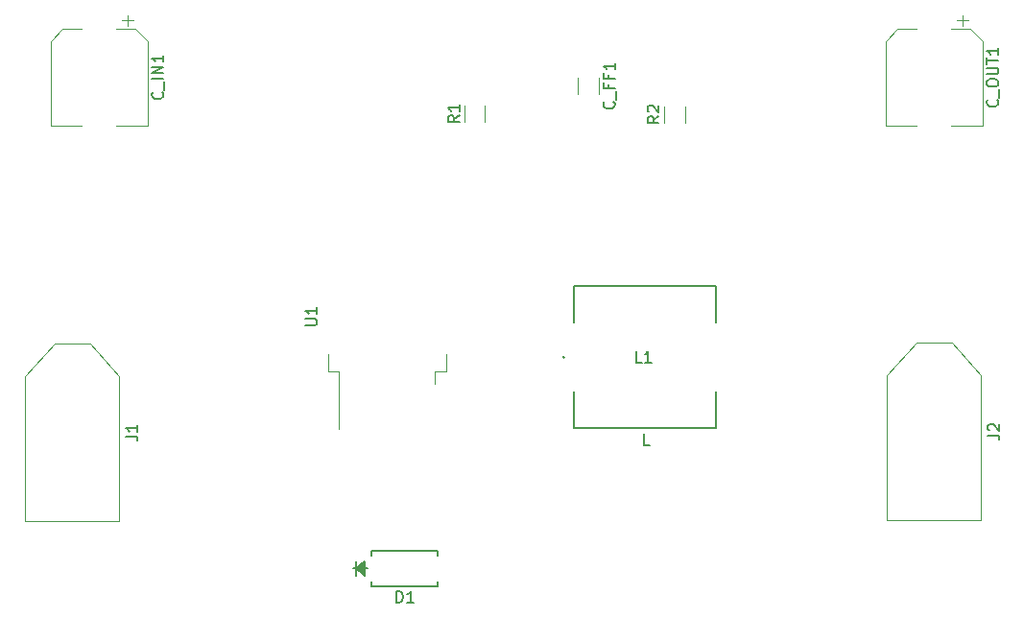
<source format=gbr>
%TF.GenerationSoftware,KiCad,Pcbnew,7.0.2*%
%TF.CreationDate,2023-09-08T16:08:14-07:00*%
%TF.ProjectId,Buck Converter,4275636b-2043-46f6-9e76-65727465722e,rev?*%
%TF.SameCoordinates,Original*%
%TF.FileFunction,Legend,Top*%
%TF.FilePolarity,Positive*%
%FSLAX46Y46*%
G04 Gerber Fmt 4.6, Leading zero omitted, Abs format (unit mm)*
G04 Created by KiCad (PCBNEW 7.0.2) date 2023-09-08 16:08:14*
%MOMM*%
%LPD*%
G01*
G04 APERTURE LIST*
%ADD10C,0.150000*%
%ADD11C,0.120000*%
%ADD12C,0.152400*%
G04 APERTURE END LIST*
D10*
%TO.C,C_IN1*%
X121585380Y-89637023D02*
X121633000Y-89684642D01*
X121633000Y-89684642D02*
X121680619Y-89827499D01*
X121680619Y-89827499D02*
X121680619Y-89922737D01*
X121680619Y-89922737D02*
X121633000Y-90065594D01*
X121633000Y-90065594D02*
X121537761Y-90160832D01*
X121537761Y-90160832D02*
X121442523Y-90208451D01*
X121442523Y-90208451D02*
X121252047Y-90256070D01*
X121252047Y-90256070D02*
X121109190Y-90256070D01*
X121109190Y-90256070D02*
X120918714Y-90208451D01*
X120918714Y-90208451D02*
X120823476Y-90160832D01*
X120823476Y-90160832D02*
X120728238Y-90065594D01*
X120728238Y-90065594D02*
X120680619Y-89922737D01*
X120680619Y-89922737D02*
X120680619Y-89827499D01*
X120680619Y-89827499D02*
X120728238Y-89684642D01*
X120728238Y-89684642D02*
X120775857Y-89637023D01*
X121775857Y-89446547D02*
X121775857Y-88684642D01*
X121680619Y-88446546D02*
X120680619Y-88446546D01*
X121680619Y-87970356D02*
X120680619Y-87970356D01*
X120680619Y-87970356D02*
X121680619Y-87398928D01*
X121680619Y-87398928D02*
X120680619Y-87398928D01*
X121680619Y-86398928D02*
X121680619Y-86970356D01*
X121680619Y-86684642D02*
X120680619Y-86684642D01*
X120680619Y-86684642D02*
X120823476Y-86779880D01*
X120823476Y-86779880D02*
X120918714Y-86875118D01*
X120918714Y-86875118D02*
X120966333Y-86970356D01*
%TO.C,R1*%
X147791419Y-91697566D02*
X147315228Y-92030899D01*
X147791419Y-92268994D02*
X146791419Y-92268994D01*
X146791419Y-92268994D02*
X146791419Y-91888042D01*
X146791419Y-91888042D02*
X146839038Y-91792804D01*
X146839038Y-91792804D02*
X146886657Y-91745185D01*
X146886657Y-91745185D02*
X146981895Y-91697566D01*
X146981895Y-91697566D02*
X147124752Y-91697566D01*
X147124752Y-91697566D02*
X147219990Y-91745185D01*
X147219990Y-91745185D02*
X147267609Y-91792804D01*
X147267609Y-91792804D02*
X147315228Y-91888042D01*
X147315228Y-91888042D02*
X147315228Y-92268994D01*
X147791419Y-90745185D02*
X147791419Y-91316613D01*
X147791419Y-91030899D02*
X146791419Y-91030899D01*
X146791419Y-91030899D02*
X146934276Y-91126137D01*
X146934276Y-91126137D02*
X147029514Y-91221375D01*
X147029514Y-91221375D02*
X147077133Y-91316613D01*
%TO.C,C_OUT1*%
X195245380Y-90303690D02*
X195293000Y-90351309D01*
X195293000Y-90351309D02*
X195340619Y-90494166D01*
X195340619Y-90494166D02*
X195340619Y-90589404D01*
X195340619Y-90589404D02*
X195293000Y-90732261D01*
X195293000Y-90732261D02*
X195197761Y-90827499D01*
X195197761Y-90827499D02*
X195102523Y-90875118D01*
X195102523Y-90875118D02*
X194912047Y-90922737D01*
X194912047Y-90922737D02*
X194769190Y-90922737D01*
X194769190Y-90922737D02*
X194578714Y-90875118D01*
X194578714Y-90875118D02*
X194483476Y-90827499D01*
X194483476Y-90827499D02*
X194388238Y-90732261D01*
X194388238Y-90732261D02*
X194340619Y-90589404D01*
X194340619Y-90589404D02*
X194340619Y-90494166D01*
X194340619Y-90494166D02*
X194388238Y-90351309D01*
X194388238Y-90351309D02*
X194435857Y-90303690D01*
X195435857Y-90113214D02*
X195435857Y-89351309D01*
X194340619Y-88922737D02*
X194340619Y-88732261D01*
X194340619Y-88732261D02*
X194388238Y-88637023D01*
X194388238Y-88637023D02*
X194483476Y-88541785D01*
X194483476Y-88541785D02*
X194673952Y-88494166D01*
X194673952Y-88494166D02*
X195007285Y-88494166D01*
X195007285Y-88494166D02*
X195197761Y-88541785D01*
X195197761Y-88541785D02*
X195293000Y-88637023D01*
X195293000Y-88637023D02*
X195340619Y-88732261D01*
X195340619Y-88732261D02*
X195340619Y-88922737D01*
X195340619Y-88922737D02*
X195293000Y-89017975D01*
X195293000Y-89017975D02*
X195197761Y-89113213D01*
X195197761Y-89113213D02*
X195007285Y-89160832D01*
X195007285Y-89160832D02*
X194673952Y-89160832D01*
X194673952Y-89160832D02*
X194483476Y-89113213D01*
X194483476Y-89113213D02*
X194388238Y-89017975D01*
X194388238Y-89017975D02*
X194340619Y-88922737D01*
X194340619Y-88065594D02*
X195150142Y-88065594D01*
X195150142Y-88065594D02*
X195245380Y-88017975D01*
X195245380Y-88017975D02*
X195293000Y-87970356D01*
X195293000Y-87970356D02*
X195340619Y-87875118D01*
X195340619Y-87875118D02*
X195340619Y-87684642D01*
X195340619Y-87684642D02*
X195293000Y-87589404D01*
X195293000Y-87589404D02*
X195245380Y-87541785D01*
X195245380Y-87541785D02*
X195150142Y-87494166D01*
X195150142Y-87494166D02*
X194340619Y-87494166D01*
X194340619Y-87160832D02*
X194340619Y-86589404D01*
X195340619Y-86875118D02*
X194340619Y-86875118D01*
X195340619Y-85732261D02*
X195340619Y-86303689D01*
X195340619Y-86017975D02*
X194340619Y-86017975D01*
X194340619Y-86017975D02*
X194483476Y-86113213D01*
X194483476Y-86113213D02*
X194578714Y-86208451D01*
X194578714Y-86208451D02*
X194626333Y-86303689D01*
%TO.C,J2*%
X194440619Y-119910833D02*
X195154904Y-119910833D01*
X195154904Y-119910833D02*
X195297761Y-119958452D01*
X195297761Y-119958452D02*
X195393000Y-120053690D01*
X195393000Y-120053690D02*
X195440619Y-120196547D01*
X195440619Y-120196547D02*
X195440619Y-120291785D01*
X194535857Y-119482261D02*
X194488238Y-119434642D01*
X194488238Y-119434642D02*
X194440619Y-119339404D01*
X194440619Y-119339404D02*
X194440619Y-119101309D01*
X194440619Y-119101309D02*
X194488238Y-119006071D01*
X194488238Y-119006071D02*
X194535857Y-118958452D01*
X194535857Y-118958452D02*
X194631095Y-118910833D01*
X194631095Y-118910833D02*
X194726333Y-118910833D01*
X194726333Y-118910833D02*
X194869190Y-118958452D01*
X194869190Y-118958452D02*
X195440619Y-119529880D01*
X195440619Y-119529880D02*
X195440619Y-118910833D01*
%TO.C,J1*%
X118402219Y-120011333D02*
X119116504Y-120011333D01*
X119116504Y-120011333D02*
X119259361Y-120058952D01*
X119259361Y-120058952D02*
X119354600Y-120154190D01*
X119354600Y-120154190D02*
X119402219Y-120297047D01*
X119402219Y-120297047D02*
X119402219Y-120392285D01*
X119402219Y-119011333D02*
X119402219Y-119582761D01*
X119402219Y-119297047D02*
X118402219Y-119297047D01*
X118402219Y-119297047D02*
X118545076Y-119392285D01*
X118545076Y-119392285D02*
X118640314Y-119487523D01*
X118640314Y-119487523D02*
X118687933Y-119582761D01*
%TO.C,D1*%
X142254705Y-134663719D02*
X142254705Y-133663719D01*
X142254705Y-133663719D02*
X142492800Y-133663719D01*
X142492800Y-133663719D02*
X142635657Y-133711338D01*
X142635657Y-133711338D02*
X142730895Y-133806576D01*
X142730895Y-133806576D02*
X142778514Y-133901814D01*
X142778514Y-133901814D02*
X142826133Y-134092290D01*
X142826133Y-134092290D02*
X142826133Y-134235147D01*
X142826133Y-134235147D02*
X142778514Y-134425623D01*
X142778514Y-134425623D02*
X142730895Y-134520861D01*
X142730895Y-134520861D02*
X142635657Y-134616100D01*
X142635657Y-134616100D02*
X142492800Y-134663719D01*
X142492800Y-134663719D02*
X142254705Y-134663719D01*
X143778514Y-134663719D02*
X143207086Y-134663719D01*
X143492800Y-134663719D02*
X143492800Y-133663719D01*
X143492800Y-133663719D02*
X143397562Y-133806576D01*
X143397562Y-133806576D02*
X143302324Y-133901814D01*
X143302324Y-133901814D02*
X143207086Y-133949433D01*
%TO.C,U1*%
X134230619Y-110199404D02*
X135040142Y-110199404D01*
X135040142Y-110199404D02*
X135135380Y-110151785D01*
X135135380Y-110151785D02*
X135183000Y-110104166D01*
X135183000Y-110104166D02*
X135230619Y-110008928D01*
X135230619Y-110008928D02*
X135230619Y-109818452D01*
X135230619Y-109818452D02*
X135183000Y-109723214D01*
X135183000Y-109723214D02*
X135135380Y-109675595D01*
X135135380Y-109675595D02*
X135040142Y-109627976D01*
X135040142Y-109627976D02*
X134230619Y-109627976D01*
X135230619Y-108627976D02*
X135230619Y-109199404D01*
X135230619Y-108913690D02*
X134230619Y-108913690D01*
X134230619Y-108913690D02*
X134373476Y-109008928D01*
X134373476Y-109008928D02*
X134468714Y-109104166D01*
X134468714Y-109104166D02*
X134516333Y-109199404D01*
%TO.C,C_FF1*%
X161415380Y-90497262D02*
X161463000Y-90544881D01*
X161463000Y-90544881D02*
X161510619Y-90687738D01*
X161510619Y-90687738D02*
X161510619Y-90782976D01*
X161510619Y-90782976D02*
X161463000Y-90925833D01*
X161463000Y-90925833D02*
X161367761Y-91021071D01*
X161367761Y-91021071D02*
X161272523Y-91068690D01*
X161272523Y-91068690D02*
X161082047Y-91116309D01*
X161082047Y-91116309D02*
X160939190Y-91116309D01*
X160939190Y-91116309D02*
X160748714Y-91068690D01*
X160748714Y-91068690D02*
X160653476Y-91021071D01*
X160653476Y-91021071D02*
X160558238Y-90925833D01*
X160558238Y-90925833D02*
X160510619Y-90782976D01*
X160510619Y-90782976D02*
X160510619Y-90687738D01*
X160510619Y-90687738D02*
X160558238Y-90544881D01*
X160558238Y-90544881D02*
X160605857Y-90497262D01*
X161605857Y-90306786D02*
X161605857Y-89544881D01*
X160986809Y-88973452D02*
X160986809Y-89306785D01*
X161510619Y-89306785D02*
X160510619Y-89306785D01*
X160510619Y-89306785D02*
X160510619Y-88830595D01*
X160986809Y-88116309D02*
X160986809Y-88449642D01*
X161510619Y-88449642D02*
X160510619Y-88449642D01*
X160510619Y-88449642D02*
X160510619Y-87973452D01*
X161510619Y-87068690D02*
X161510619Y-87640118D01*
X161510619Y-87354404D02*
X160510619Y-87354404D01*
X160510619Y-87354404D02*
X160653476Y-87449642D01*
X160653476Y-87449642D02*
X160748714Y-87544880D01*
X160748714Y-87544880D02*
X160796333Y-87640118D01*
%TO.C,R2*%
X165395300Y-91754368D02*
X164919109Y-92087701D01*
X165395300Y-92325796D02*
X164395300Y-92325796D01*
X164395300Y-92325796D02*
X164395300Y-91944844D01*
X164395300Y-91944844D02*
X164442919Y-91849606D01*
X164442919Y-91849606D02*
X164490538Y-91801987D01*
X164490538Y-91801987D02*
X164585776Y-91754368D01*
X164585776Y-91754368D02*
X164728633Y-91754368D01*
X164728633Y-91754368D02*
X164823871Y-91801987D01*
X164823871Y-91801987D02*
X164871490Y-91849606D01*
X164871490Y-91849606D02*
X164919109Y-91944844D01*
X164919109Y-91944844D02*
X164919109Y-92325796D01*
X164490538Y-91373415D02*
X164442919Y-91325796D01*
X164442919Y-91325796D02*
X164395300Y-91230558D01*
X164395300Y-91230558D02*
X164395300Y-90992463D01*
X164395300Y-90992463D02*
X164442919Y-90897225D01*
X164442919Y-90897225D02*
X164490538Y-90849606D01*
X164490538Y-90849606D02*
X164585776Y-90801987D01*
X164585776Y-90801987D02*
X164681014Y-90801987D01*
X164681014Y-90801987D02*
X164823871Y-90849606D01*
X164823871Y-90849606D02*
X165395300Y-91421034D01*
X165395300Y-91421034D02*
X165395300Y-90801987D01*
%TO.C,L1*%
X163882733Y-113480119D02*
X163406543Y-113480119D01*
X163406543Y-113480119D02*
X163406543Y-112480119D01*
X164739876Y-113480119D02*
X164168448Y-113480119D01*
X164454162Y-113480119D02*
X164454162Y-112480119D01*
X164454162Y-112480119D02*
X164358924Y-112622976D01*
X164358924Y-112622976D02*
X164263686Y-112718214D01*
X164263686Y-112718214D02*
X164168448Y-112765833D01*
X164561994Y-120819326D02*
X164085804Y-120819326D01*
X164085804Y-120819326D02*
X164085804Y-119819326D01*
D11*
%TO.C,C_IN1*%
X118528000Y-82827500D02*
X118528000Y-83827500D01*
X119028000Y-83327500D02*
X118028000Y-83327500D01*
X119213563Y-84067500D02*
X117528000Y-84067500D01*
X119213563Y-84067500D02*
X120278000Y-85131937D01*
X112822437Y-84067500D02*
X114508000Y-84067500D01*
X112822437Y-84067500D02*
X111758000Y-85131937D01*
X120278000Y-85131937D02*
X120278000Y-92587500D01*
X111758000Y-85131937D02*
X111758000Y-92587500D01*
X120278000Y-92587500D02*
X117528000Y-92587500D01*
X111758000Y-92587500D02*
X114508000Y-92587500D01*
%TO.C,R1*%
X148238800Y-92257964D02*
X148238800Y-90803836D01*
X150058800Y-92257964D02*
X150058800Y-90803836D01*
%TO.C,C_OUT1*%
X192188000Y-82827500D02*
X192188000Y-83827500D01*
X192688000Y-83327500D02*
X191688000Y-83327500D01*
X192873563Y-84067500D02*
X191188000Y-84067500D01*
X192873563Y-84067500D02*
X193938000Y-85131937D01*
X186482437Y-84067500D02*
X188168000Y-84067500D01*
X186482437Y-84067500D02*
X185418000Y-85131937D01*
X193938000Y-85131937D02*
X193938000Y-92587500D01*
X185418000Y-85131937D02*
X185418000Y-92587500D01*
X193938000Y-92587500D02*
X191188000Y-92587500D01*
X185418000Y-92587500D02*
X188168000Y-92587500D01*
%TO.C,J2*%
X191278000Y-111727500D02*
X188128000Y-111727500D01*
X188128000Y-111727500D02*
X185528000Y-114577500D01*
X193828000Y-114577500D02*
X191278000Y-111727500D01*
X185528000Y-114577500D02*
X185528000Y-127427500D01*
X193828000Y-127427500D02*
X193828000Y-114577500D01*
X185528000Y-127427500D02*
X193828000Y-127427500D01*
%TO.C,J1*%
X115239600Y-111828000D02*
X112089600Y-111828000D01*
X112089600Y-111828000D02*
X109489600Y-114678000D01*
X117789600Y-114678000D02*
X115239600Y-111828000D01*
X109489600Y-114678000D02*
X109489600Y-127528000D01*
X117789600Y-127528000D02*
X117789600Y-114678000D01*
X109489600Y-127528000D02*
X117789600Y-127528000D01*
D12*
%TO.C,D1*%
X138674800Y-131026100D02*
X138674800Y-132296100D01*
X138674800Y-131661100D02*
X139436800Y-131026100D01*
X138674800Y-131661100D02*
X139436800Y-131153100D01*
X138674800Y-131661100D02*
X139436800Y-131280100D01*
X138674800Y-131661100D02*
X139436800Y-131407100D01*
X138674800Y-131661100D02*
X139436800Y-131534100D01*
X138674800Y-131661100D02*
X139436800Y-131788100D01*
X138674800Y-131661100D02*
X139436800Y-131915100D01*
X138674800Y-131661100D02*
X139436800Y-132042100D01*
X138674800Y-131661100D02*
X139436800Y-132169100D01*
X138674800Y-131661100D02*
X139436800Y-132296100D01*
X139436800Y-131026100D02*
X139436800Y-132296100D01*
X139690800Y-131661100D02*
X138420800Y-131661100D01*
X140071800Y-130073600D02*
X140071800Y-130515560D01*
X140071800Y-132806640D02*
X140071800Y-133248600D01*
X140071800Y-133248600D02*
X145913800Y-133248600D01*
X145913800Y-130073600D02*
X140071800Y-130073600D01*
X145913800Y-130515560D02*
X145913800Y-130073600D01*
X145913800Y-133248600D02*
X145913800Y-132806640D01*
D11*
%TO.C,U1*%
X136218000Y-114262500D02*
X137168000Y-114262500D01*
X137168000Y-114262500D02*
X137168000Y-119387500D01*
X145668000Y-114262500D02*
X145668000Y-115362500D01*
X146618000Y-114262500D02*
X145668000Y-114262500D01*
X136218000Y-112762500D02*
X136218000Y-114262500D01*
X146618000Y-112762500D02*
X146618000Y-114262500D01*
%TO.C,C_FF1*%
X160108000Y-88381248D02*
X160108000Y-89803752D01*
X158288000Y-88381248D02*
X158288000Y-89803752D01*
%TO.C,R2*%
X167728000Y-90892936D02*
X167728000Y-92347064D01*
X165908000Y-90892936D02*
X165908000Y-92347064D01*
D12*
%TO.C,L1*%
X157877200Y-106743700D02*
X157877200Y-109969500D01*
X157877200Y-116065500D02*
X157877200Y-119291300D01*
X157877200Y-119291300D02*
X170424800Y-119291300D01*
X170424800Y-106743700D02*
X157877200Y-106743700D01*
X170424800Y-109969500D02*
X170424800Y-106743700D01*
X170424800Y-119291300D02*
X170424800Y-116065500D01*
X157064400Y-113017500D02*
G75*
G03*
X156912000Y-113017500I-76200J0D01*
G01*
X156912000Y-113017500D02*
G75*
G03*
X157064400Y-113017500I76200J0D01*
G01*
%TD*%
M02*

</source>
